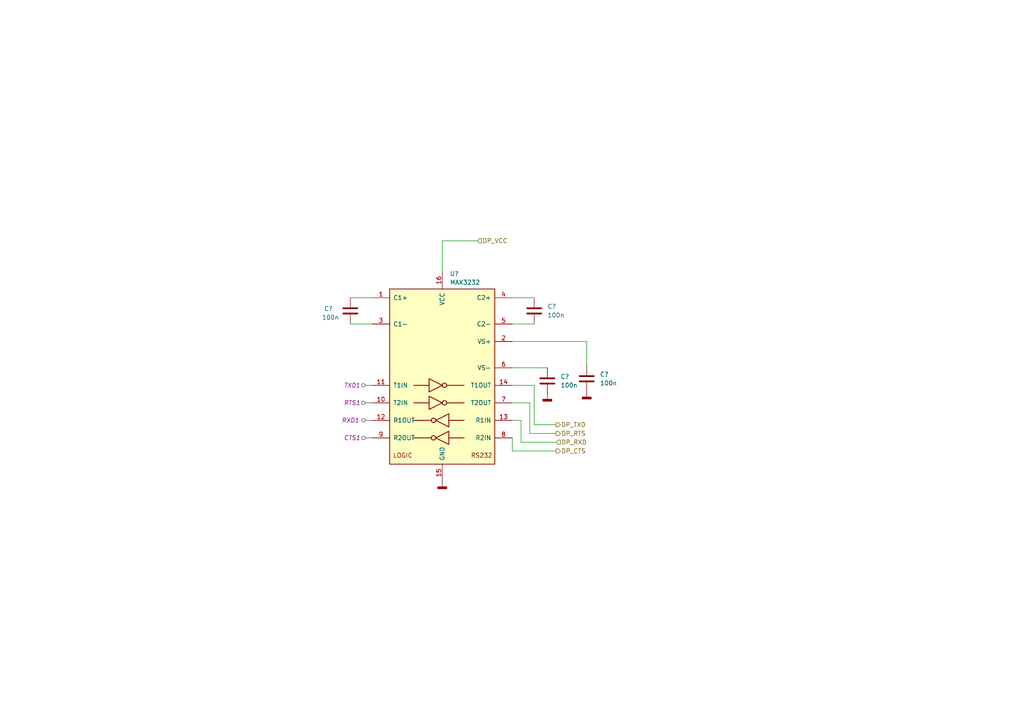
<source format=kicad_sch>
(kicad_sch (version 20230121) (generator eeschema)
  (paper "A4")
  (lib_symbols
    (symbol "Device:C" (pin_numbers hide) (pin_names (offset 0.254))
      (property "Reference" "C" (at 0.635 2.54 0))
      (property "Value" "C" (at 0.635 -2.54 0))
      (symbol "C_0_1"
        (polyline (pts (xy -2.032 -0.762) (xy 2.032 -0.762)) (stroke (width 0.508)))
        (polyline (pts (xy -2.032 0.762) (xy 2.032 0.762)) (stroke (width 0.508)))
      )
      (symbol "C_1_1"
        (pin passive line (at 0 3.81 270) (length 2.794) (name "~") (number "1"))
        (pin passive line (at 0 -3.81 90) (length 2.794) (name "~") (number "2"))
      )
    )
    (symbol "Interface_UART:MAX3232" (pin_names (offset 1.016))
      (property "Reference" "U" (at -2.54 28.575 0))
      (property "Value" "MAX3232" (at -2.54 26.67 0))
      (symbol "MAX3232_0_0"
        (text "LOGIC" (at -11.43 -22.86 0) (effects (font (size 1.27 1.27))))
        (text "RS232" (at 11.43 -22.86 0) (effects (font (size 1.27 1.27))))
      )
      (symbol "MAX3232_0_1"
        (rectangle (start -15.24 -25.4) (end 15.24 25.4) (stroke (width 0.254)) (fill (type background)))
        (circle (center -2.54 -17.78) (radius 0.635) (stroke (width 0.254)))
        (circle (center -2.54 -12.7) (radius 0.635) (stroke (width 0.254)))
        (polyline (pts (xy -3.81 -7.62) (xy -8.255 -7.62)) (stroke (width 0.254)))
        (polyline (pts (xy -3.81 -2.54) (xy -8.255 -2.54)) (stroke (width 0.254)))
        (polyline (pts (xy -3.175 -17.78) (xy -8.255 -17.78)) (stroke (width 0.254)))
        (polyline (pts (xy -3.175 -12.7) (xy -8.255 -12.7)) (stroke (width 0.254)))
        (polyline (pts (xy 1.27 -7.62) (xy 6.35 -7.62)) (stroke (width 0.254)))
        (polyline (pts (xy 1.27 -2.54) (xy 6.35 -2.54)) (stroke (width 0.254)))
        (polyline (pts (xy 1.905 -17.78) (xy 6.35 -17.78)) (stroke (width 0.254)))
        (polyline (pts (xy 1.905 -12.7) (xy 6.35 -12.7)) (stroke (width 0.254)))
        (polyline (pts (xy -3.81 -5.715) (xy -3.81 -9.525) (xy 0 -7.62) (xy -3.81 -5.715)) (stroke (width 0.254)))
        (polyline (pts (xy -3.81 -0.635) (xy -3.81 -4.445) (xy 0 -2.54) (xy -3.81 -0.635)) (stroke (width 0.254)))
        (polyline (pts (xy 1.905 -15.875) (xy 1.905 -19.685) (xy -1.905 -17.78) (xy 1.905 -15.875)) (stroke (width 0.254)))
        (polyline (pts (xy 1.905 -10.795) (xy 1.905 -14.605) (xy -1.905 -12.7) (xy 1.905 -10.795)) (stroke (width 0.254)))
        (circle (center 0.635 -7.62) (radius 0.635) (stroke (width 0.254)))
        (circle (center 0.635 -2.54) (radius 0.635) (stroke (width 0.254)))
      )
      (symbol "MAX3232_1_1"
        (pin passive line (at -20.32 22.86 0) (length 5.08) (name "C1+") (number "1"))
        (pin input line (at -20.32 -7.62 0) (length 5.08) (name "T2IN") (number "10"))
        (pin input line (at -20.32 -2.54 0) (length 5.08) (name "T1IN") (number "11"))
        (pin output line (at -20.32 -12.7 0) (length 5.08) (name "R1OUT") (number "12"))
        (pin input line (at 20.32 -12.7 180) (length 5.08) (name "R1IN") (number "13"))
        (pin output line (at 20.32 -2.54 180) (length 5.08) (name "T1OUT") (number "14"))
        (pin power_in line (at 0 -30.48 90) (length 5.08) (name "GND") (number "15"))
        (pin power_in line (at 0 30.48 270) (length 5.08) (name "VCC") (number "16"))
        (pin power_out line (at 20.32 10.16 180) (length 5.08) (name "VS+") (number "2"))
        (pin passive line (at -20.32 15.24 0) (length 5.08) (name "C1-") (number "3"))
        (pin passive line (at 20.32 22.86 180) (length 5.08) (name "C2+") (number "4"))
        (pin passive line (at 20.32 15.24 180) (length 5.08) (name "C2-") (number "5"))
        (pin power_out line (at 20.32 2.54 180) (length 5.08) (name "VS-") (number "6"))
        (pin output line (at 20.32 -7.62 180) (length 5.08) (name "T2OUT") (number "7"))
        (pin input line (at 20.32 -17.78 180) (length 5.08) (name "R2IN") (number "8"))
        (pin output line (at -20.32 -17.78 0) (length 5.08) (name "R2OUT") (number "9"))
      )
    )
    (symbol "power:GNDD" (power) (pin_names (offset 0))
      (property "Value" "GNDD" (at 0 -3.175 0))
      (symbol "GNDD_0_1"
        (rectangle (start -1.27 -1.524) (end 1.27 -2.032) (stroke (width 0.254)) (fill (type outline)))
        (polyline (pts (xy 0 0) (xy 0 -1.524)))
      )
      (symbol "GNDD_1_1"
        (pin power_in line (at 0 0 270) (length 0) hide (name "GNDD") (number "1"))
      )
    )
  )
  (wire (pts (xy 170.18 99.06) (xy 170.18 106.045)))
  (wire (pts (xy 153.67 125.73) (xy 161.29 125.73)))
  (wire (pts (xy 128.27 69.85) (xy 128.27 78.74)))
  (wire (pts (xy 153.67 116.84) (xy 148.59 116.84)))
  (wire (pts (xy 148.59 111.76) (xy 154.94 111.76)))
  (wire (pts (xy 151.13 121.92) (xy 151.13 128.27)))
  (wire (pts (xy 148.59 93.98) (xy 154.94 93.98)))
  (wire (pts (xy 148.59 130.81) (xy 161.29 130.81)))
  (wire (pts (xy 148.59 86.36) (xy 154.94 86.36)))
  (wire (pts (xy 148.59 106.68) (xy 158.75 106.68)))
  (wire (pts (xy 148.59 99.06) (xy 170.18 99.06)))
  (wire (pts (xy 153.67 116.84) (xy 153.67 125.73)))
  (wire (pts (xy 128.27 69.85) (xy 138.43 69.85)))
  (wire (pts (xy 154.94 123.19) (xy 161.29 123.19)))
  (wire (pts (xy 151.13 128.27) (xy 161.29 128.27)))
  (wire (pts (xy 148.59 127) (xy 148.59 130.81)))
  (wire (pts (xy 154.94 111.76) (xy 154.94 123.19)))
  (wire (pts (xy 101.6 93.98) (xy 107.95 93.98)))
  (wire (pts (xy 101.6 86.36) (xy 107.95 86.36)))
  (wire (pts (xy 151.13 121.92) (xy 148.59 121.92)))
  (hierarchical_label "DP_CTS" (shape output) (at 161.29 130.81 0))
  (hierarchical_label "DP_VCC" (shape input) (at 138.43 69.85 0))
  (hierarchical_label "DP_RXD" (shape input) (at 161.29 128.27 0))
  (hierarchical_label "DP_TXD" (shape output) (at 161.29 123.19 0))
  (hierarchical_label "DP_RTS" (shape output) (at 161.29 125.73 0))
  (netclass_flag "" (length 2.54) (shape round) (at 107.95 116.84 90) (property "Netclass" "RTS1" (at 99.695 116.84 0) (effects (font italic) (justify left))))
  (netclass_flag "" (length 2.54) (shape round) (at 107.95 121.92 90) (property "Netclass" "RXD1" (at 99.06 121.92 0) (effects (font italic) (justify left))))
  (netclass_flag "" (length 2.54) (shape round) (at 107.95 111.76 90) (property "Netclass" "TXD1" (at 99.695 111.76 0) (effects (font italic) (justify left))))
  (netclass_flag "" (length 2.54) (shape round) (at 107.95 127 90) (property "Netclass" "CTS1" (at 99.695 127 0) (effects (font italic) (justify left))))
  (symbol (lib_id "power:GNDD") (at 128.27 139.7 0) (unit 1)
    (property "Reference" "#PWR?" (effects hide))
    (property "Value" "GNDD" (effects hide))
    (instances (project "Shield" (path "" (reference "#PWR?") (unit 1)) (path "" (reference "#PWR048") (unit 1))))
  )
  (symbol (lib_id "Device:C") (at 170.18 109.855 0) (unit 1)
    (property "Reference" "C?" (at 173.99 108.585 0) (effects (justify left)))
    (property "Value" "100n" (at 173.99 111.125 0) (effects (justify left)))
    (property "Footprint" "Capacitor_SMD:C_0805_2012Metric" (effects hide))
    (instances (project "Shield" (path "" (reference "C?") (unit 1)) (path "" (reference "C20") (unit 1))))
  )
  (symbol (lib_id "Device:C") (at 154.94 90.17 0) (unit 1)
    (property "Reference" "C?" (at 158.75 88.9 0) (effects (justify left)))
    (property "Value" "100n" (at 158.75 91.44 0) (effects (justify left)))
    (property "Footprint" "Capacitor_SMD:C_0805_2012Metric" (effects hide))
    (instances (project "Shield" (path "" (reference "C?") (unit 1)) (path "" (reference "C19") (unit 1))))
  )
  (symbol (lib_id "power:GNDD") (at 170.18 113.665 0) (unit 1)
    (property "Reference" "#PWR?" (effects hide))
    (property "Value" "GNDD" (effects hide))
    (instances (project "Shield" (path "" (reference "#PWR?") (unit 1)) (path "" (reference "#PWR046") (unit 1))))
  )
  (symbol (lib_id "Device:C") (at 158.75 110.49 0) (unit 1)
    (property "Reference" "C?" (at 162.56 109.22 0) (effects (justify left)))
    (property "Value" "100n" (at 162.56 111.76 0) (effects (justify left)))
    (property "Footprint" "Capacitor_SMD:C_0805_2012Metric" (effects hide))
    (instances (project "Shield" (path "" (reference "C?") (unit 1)) (path "" (reference "C21") (unit 1))))
  )
  (symbol (lib_id "Interface_UART:MAX3232") (at 128.27 109.22 0) (unit 1)
    (property "Reference" "U?" (at 130.4641 79.375 0) (effects (justify left)))
    (property "Value" "MAX3232" (at 130.4641 81.915 0) (effects (justify left)))
    (property "Footprint" "Package_SO:SO-16_5.3x10.2mm_P1.27mm" (effects hide))
    (property "Datasheet" "https://datasheets.maximintegrated.com/en/ds/MAX3222-MAX3241.pdf" (effects hide))
    (instances (project "Shield" (path "" (reference "U?") (unit 1)) (path "" (reference "U5") (unit 1))))
  )
  (symbol (lib_id "Device:C") (at 101.6 90.17 0) (unit 1)
    (property "Reference" "C?" (at 93.98 89.535 0) (effects (justify left)))
    (property "Value" "100n" (at 93.345 92.075 0) (effects (justify left)))
    (property "Footprint" "Capacitor_SMD:C_0805_2012Metric" (effects hide))
    (instances (project "Shield" (path "" (reference "C?") (unit 1)) (path "" (reference "C18") (unit 1))))
  )
  (symbol (lib_id "power:GNDD") (at 158.75 114.3 0) (unit 1)
    (property "Reference" "#PWR?" (effects hide))
    (property "Value" "GNDD" (effects hide))
    (instances (project "Shield" (path "" (reference "#PWR?") (unit 1)) (path "" (reference "#PWR047") (unit 1))))
  )
)
</source>
